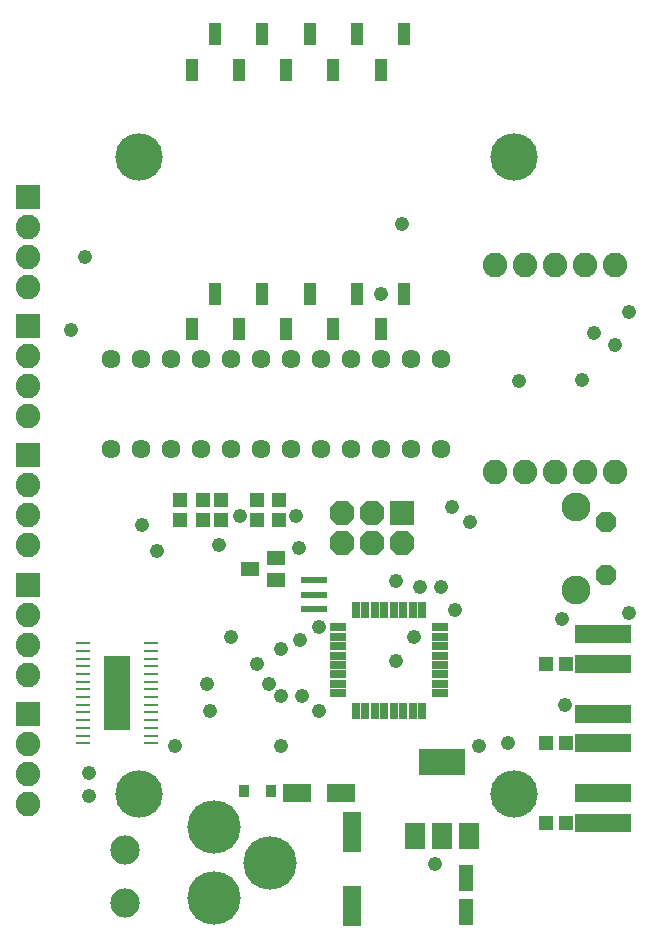
<source format=gts>
G75*
G70*
%OFA0B0*%
%FSLAX24Y24*%
%IPPOS*%
%LPD*%
%AMOC8*
5,1,8,0,0,1.08239X$1,22.5*
%
%ADD10R,0.0820X0.0820*%
%ADD11OC8,0.0820*%
%ADD12C,0.1780*%
%ADD13R,0.0472X0.0106*%
%ADD14R,0.0866X0.2512*%
%ADD15R,0.0907X0.0237*%
%ADD16R,0.0328X0.0407*%
%ADD17R,0.0930X0.0631*%
%ADD18R,0.0592X0.1379*%
%ADD19R,0.0474X0.0867*%
%ADD20R,0.0474X0.0513*%
%ADD21R,0.0631X0.0474*%
%ADD22R,0.0300X0.0580*%
%ADD23R,0.0580X0.0300*%
%ADD24C,0.0820*%
%ADD25R,0.0671X0.0867*%
%ADD26R,0.1576X0.0867*%
%ADD27R,0.0415X0.0749*%
%ADD28R,0.0513X0.0474*%
%ADD29R,0.1890X0.0630*%
%ADD30OC8,0.0680*%
%ADD31C,0.0965*%
%ADD32C,0.0980*%
%ADD33C,0.0634*%
%ADD34C,0.0476*%
%ADD35C,0.1582*%
D10*
X001286Y009681D03*
X001286Y013984D03*
X001286Y018287D03*
X001286Y022591D03*
X001286Y026894D03*
X013767Y016370D03*
D11*
X013767Y015370D03*
X012767Y015370D03*
X012767Y016370D03*
X011767Y016370D03*
X011767Y015370D03*
D12*
X007503Y005894D03*
X007503Y003531D03*
X009353Y004713D03*
D13*
X005400Y008695D03*
X005400Y008951D03*
X005400Y009207D03*
X005400Y009463D03*
X005400Y009719D03*
X005400Y009974D03*
X005400Y010230D03*
X005400Y010486D03*
X005400Y010742D03*
X005400Y010998D03*
X005400Y011254D03*
X005400Y011510D03*
X005400Y011766D03*
X005400Y012022D03*
X003117Y012022D03*
X003117Y011766D03*
X003117Y011510D03*
X003117Y011254D03*
X003117Y010998D03*
X003117Y010742D03*
X003117Y010486D03*
X003117Y010230D03*
X003117Y009974D03*
X003117Y009719D03*
X003117Y009463D03*
X003117Y009207D03*
X003117Y008951D03*
X003117Y008695D03*
D14*
X004259Y010358D03*
D15*
X010818Y013177D03*
X010818Y013650D03*
X010818Y014122D03*
D16*
X009393Y007118D03*
X008487Y007118D03*
D17*
X010274Y007024D03*
X011731Y007024D03*
D18*
X012105Y005738D03*
X012105Y003278D03*
D19*
X015881Y003069D03*
X015881Y004191D03*
D20*
X009649Y016126D03*
X009649Y016795D03*
X008928Y016795D03*
X008928Y016126D03*
X007719Y016126D03*
X007719Y016795D03*
X007125Y016795D03*
X007125Y016126D03*
X006345Y016138D03*
X006345Y016807D03*
D21*
X008676Y014500D03*
X009542Y014126D03*
X009542Y014874D03*
D22*
X012219Y013151D03*
X012534Y013151D03*
X012849Y013151D03*
X013164Y013151D03*
X013479Y013151D03*
X013794Y013151D03*
X014109Y013151D03*
X014424Y013151D03*
X014424Y009771D03*
X014109Y009771D03*
X013794Y009771D03*
X013479Y009771D03*
X013164Y009771D03*
X012849Y009771D03*
X012534Y009771D03*
X012219Y009771D03*
D23*
X011632Y010358D03*
X011632Y010673D03*
X011632Y010988D03*
X011632Y011303D03*
X011632Y011618D03*
X011632Y011933D03*
X011632Y012248D03*
X011632Y012563D03*
X015012Y012563D03*
X015012Y012248D03*
X015012Y011933D03*
X015012Y011618D03*
X015012Y011303D03*
X015012Y010988D03*
X015012Y010673D03*
X015012Y010358D03*
D24*
X016849Y017748D03*
X017849Y017748D03*
X018849Y017748D03*
X019849Y017748D03*
X020849Y017748D03*
X020849Y024638D03*
X019849Y024638D03*
X018849Y024638D03*
X017849Y024638D03*
X016849Y024638D03*
X001286Y024894D03*
X001286Y025894D03*
X001286Y023894D03*
X001286Y021591D03*
X001286Y020591D03*
X001286Y019591D03*
X001286Y017287D03*
X001286Y016287D03*
X001286Y015287D03*
X001286Y012984D03*
X001286Y011984D03*
X001286Y010984D03*
X001286Y008681D03*
X001286Y007681D03*
X001286Y006681D03*
D25*
X014188Y005594D03*
X015093Y005594D03*
X015999Y005594D03*
D26*
X015093Y008075D03*
D27*
X013042Y022488D03*
X012255Y023669D03*
X011467Y022488D03*
X010680Y023669D03*
X009893Y022488D03*
X009105Y023669D03*
X008318Y022488D03*
X007530Y023669D03*
X006743Y022488D03*
X006743Y031150D03*
X007530Y032331D03*
X008318Y031150D03*
X009105Y032331D03*
X009893Y031150D03*
X010680Y032331D03*
X011467Y031150D03*
X012255Y032331D03*
X013042Y031150D03*
X013830Y032331D03*
X013830Y023669D03*
D28*
X018546Y011350D03*
X019215Y011350D03*
X019215Y008693D03*
X018546Y008693D03*
X018546Y006035D03*
X019215Y006035D03*
D29*
X020456Y006030D03*
X020456Y007020D03*
X020456Y008687D03*
X020456Y009677D03*
X020456Y011345D03*
X020456Y012335D03*
D30*
X020552Y014299D03*
X020552Y016079D03*
D31*
X019572Y016569D03*
X019572Y013809D03*
D32*
X004511Y003378D03*
X004511Y005134D03*
D33*
X004062Y018512D03*
X005062Y018512D03*
X006062Y018512D03*
X007062Y018512D03*
X008062Y018512D03*
X009062Y018512D03*
X010062Y018512D03*
X011062Y018512D03*
X012062Y018512D03*
X013062Y018512D03*
X014062Y018512D03*
X015062Y018512D03*
X015062Y021512D03*
X014062Y021512D03*
X013062Y021512D03*
X012062Y021512D03*
X011062Y021512D03*
X010062Y021512D03*
X009062Y021512D03*
X008062Y021512D03*
X007062Y021512D03*
X006062Y021512D03*
X005062Y021512D03*
X004062Y021512D03*
D34*
X002739Y022472D03*
X003192Y024894D03*
X005101Y015976D03*
X005593Y015091D03*
X007660Y015287D03*
X008349Y016272D03*
X010219Y016272D03*
X010318Y015189D03*
X010975Y012563D03*
X010349Y012138D03*
X009727Y011843D03*
X009334Y010673D03*
X009727Y010268D03*
X010416Y010268D03*
X011007Y009771D03*
X009727Y008594D03*
X008940Y011350D03*
X008054Y012236D03*
X007267Y010661D03*
X007365Y009776D03*
X006184Y008594D03*
X003330Y007709D03*
X003330Y006921D03*
X013566Y011449D03*
X014156Y012236D03*
X014353Y013909D03*
X015042Y013909D03*
X015534Y013122D03*
X013566Y014106D03*
X015436Y016567D03*
X016026Y016075D03*
X019078Y012827D03*
X019176Y009972D03*
X017306Y008693D03*
X016322Y008594D03*
X014845Y004657D03*
X021341Y013024D03*
X019767Y020799D03*
X020849Y021980D03*
X020160Y022374D03*
X021341Y023063D03*
X017652Y020752D03*
X013763Y026016D03*
X013074Y023654D03*
D35*
X017480Y028246D03*
X004980Y028246D03*
X004979Y006996D03*
X017479Y006996D03*
M02*

</source>
